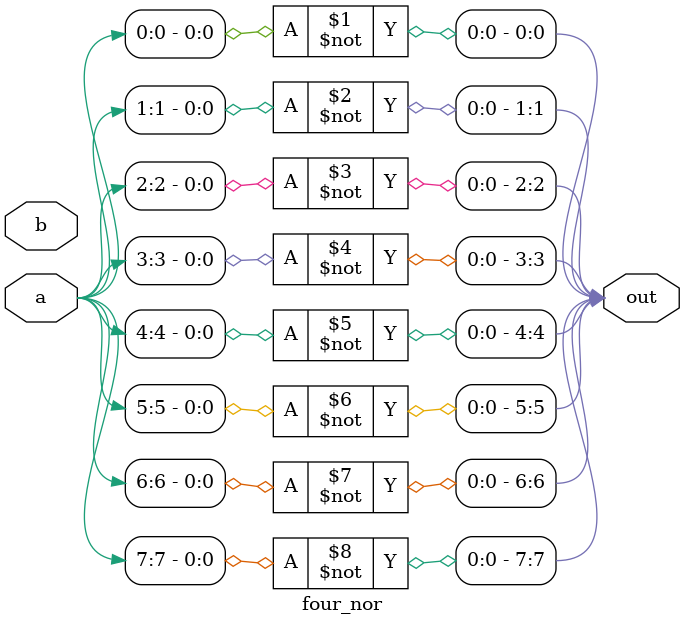
<source format=v>
`timescale 1ns / 1ps

module four_nor(a, b, out);

input [7:0]a;
input [7:0]b;
output [7:0]out;

nor  zero(out[0], a[0]);
nor one(out[1], a[1]);
nor two(out[2], a[2]);
nor three(out[3], a[3]);
nor four(out[4], a[4]);
nor five(out[5], a[5]);
nor six(out[6], a[6]);
nor seven(out[7], a[7]);

endmodule
// When 0000 and 0000 at end, get 1111. Why?
</source>
